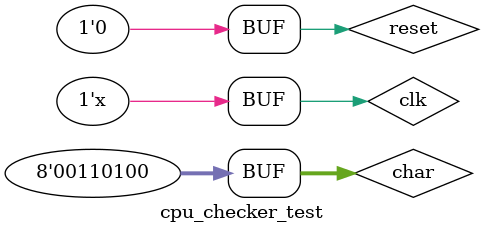
<source format=v>
`timescale 1ns / 1ps


module cpu_checker_test;

	// Inputs
	reg clk;
	reg reset;
	reg [7:0] char;

	// Outputs
	wire [1:0] format_type;

	// Instantiate the Unit Under Test (UUT)
	cpu_checker uut (
		.clk(clk), 
		.reset(reset), 
		.char(char), 
		.format_type(format_type)
	);

	initial begin
		// Initialize Inputs
		clk = 0;
		reset = 0;
		char = 0;

		#10 char="^";
		#10 char="1";
		#10 char="0";
		#10 char="2";
		#10 char="4";
      #10 char="@";
		#10 char="0";
		#10 char="0";
		#10 char="0";
		#10 char="0";
		#10 char="3";
		#10 char="0";
		#10 char="f";
		#10 char="c";
		#10 char=":";
		#10 char=" ";
		#10 char="$";
		#10 char="2";
		#10 char=" ";
		#10 char="<";
		#10 char="=";
		#10 char=" ";
		#10 char="8";
		#10 char="9";
		#10 char="a";
		#10 char="b";
		#10 char="c";
		#10 char="d";
		#10 char="e";
		#10 char="f";
		#10 char="#";
		#10 char="^";
		#10 char="6";
		#10 char="4";

	end
      
always #5 clk=~clk;

endmodule


</source>
